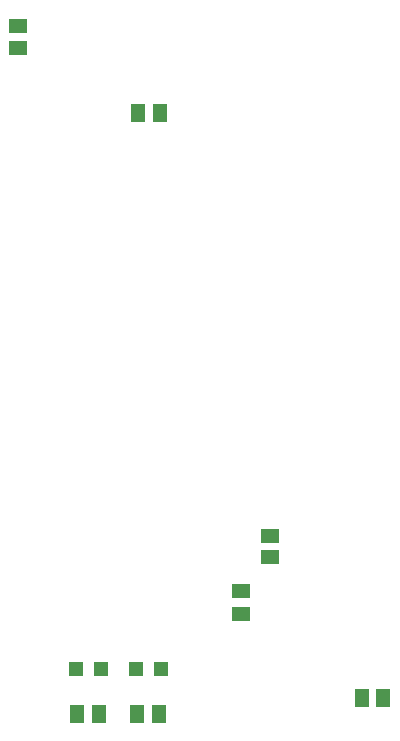
<source format=gbr>
G04 EAGLE Gerber X2 export*
%TF.Part,Single*%
%TF.FileFunction,Paste,Top*%
%TF.FilePolarity,Positive*%
%TF.GenerationSoftware,Autodesk,EAGLE,9.0.1*%
%TF.CreationDate,2018-05-13T22:07:24Z*%
G75*
%MOMM*%
%FSLAX34Y34*%
%LPD*%
%AMOC8*
5,1,8,0,0,1.08239X$1,22.5*%
G01*
%ADD10R,1.200000X1.200000*%
%ADD11R,1.300000X1.500000*%
%ADD12R,1.500000X1.300000*%


D10*
X302600Y76200D03*
X281600Y76200D03*
X230800Y76200D03*
X251800Y76200D03*
D11*
X301600Y38100D03*
X282600Y38100D03*
X250800Y38100D03*
X231800Y38100D03*
D12*
X182270Y621437D03*
X182270Y602437D03*
D11*
X283210Y547624D03*
X302210Y547624D03*
X490592Y52121D03*
X473592Y52121D03*
D12*
X370332Y142494D03*
X370332Y123494D03*
X395427Y188840D03*
X395427Y171840D03*
M02*

</source>
